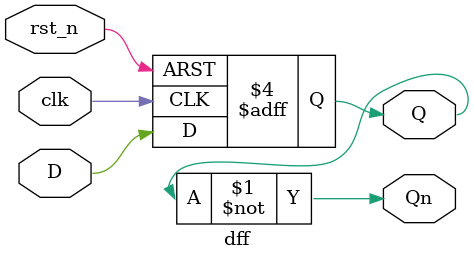
<source format=v>
`timescale 1ns / 1ps


module dff(//D_Flip_Flop
    input clk,
    input rst_n,
    input D,
    output reg Q,
    output Qn
    );
    assign Qn = ~Q;
    always @(posedge clk, negedge rst_n)
    begin
        if(~rst_n)
            Q <= 1'b0;
        else
            Q <= D;
    end
endmodule

</source>
